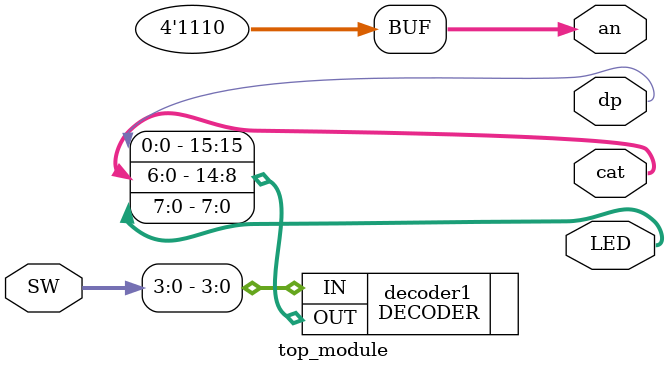
<source format=v>
`timescale 1ns / 1ps

module top_module(
input [7:0] SW,         // Switches
//input [3:0] BTN,        // Buttons
output [7:0] LED,       // Leds
output [6:0] cat,       // Cathodes
output [3:0] an,        // Anodes
output dp               
    );

assign an[0] = 1'b0;
assign an[3:1] = 3'b111;    
    
DECODER decoder1(.IN(SW[3:0]),.OUT({dp,cat,LED}));


    
endmodule

</source>
